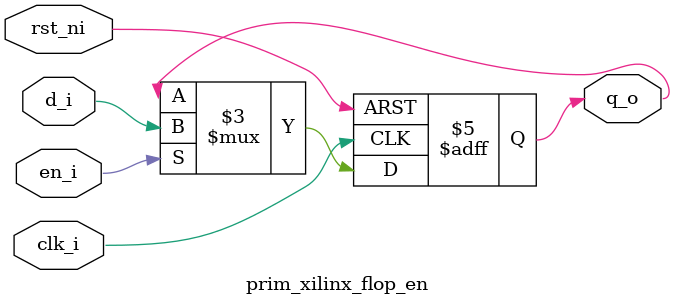
<source format=v>
(* DONT_TOUCH = "yes" *) module prim_xilinx_flop_en (
	clk_i,
	rst_ni,
	en_i,
	d_i,
	q_o
);
	parameter signed [31:0] Width = 1;
	parameter [0:0] EnSecBuf = 0;
	parameter [Width - 1:0] ResetValue = 0;
	input clk_i;
	input rst_ni;
	input en_i;
	input [Width - 1:0] d_i;
	output reg [Width - 1:0] q_o;
	always @(posedge clk_i or negedge rst_ni)
		if (!rst_ni)
			q_o <= ResetValue;
		else if (en_i)
			q_o <= d_i;
endmodule

</source>
